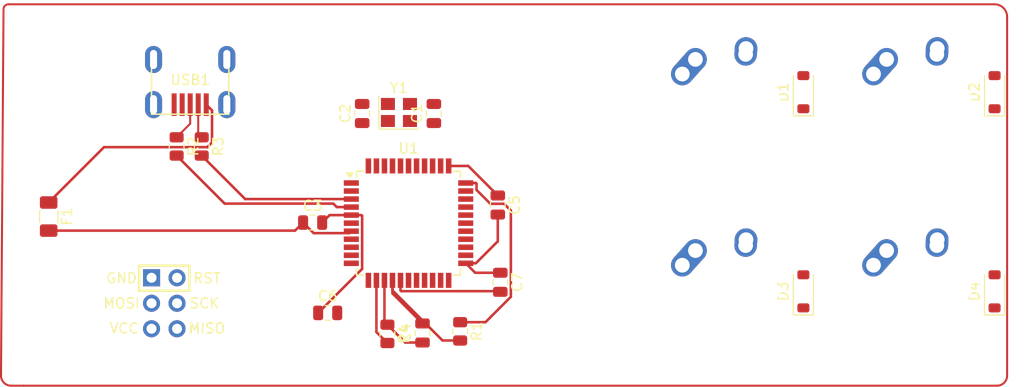
<source format=kicad_pcb>
(kicad_pcb (version 20240108) (generator "pcbnew") (generator_version "8.0")
  (layers (0 "F.Cu" signal) (31 "B.Cu" signal) (34 "B.Paste" user) (35 "F.Paste" user) (36 "B.SilkS" user "B.Silkscreen") (37 "F.SilkS" user "F.Silkscreen") (38 "B.Mask" user) (39 "F.Mask" user) (44 "Edge.Cuts" user))
  (net 0 "")
  (net 1 "Net-(U1-UCAP)")
  (net 2 "GND")
  (net 3 "+5V")
  (net 4 "Net-(U1-XTAL1)")
  (net 5 "Net-(U1-XTAL2)")
  (net 6 "Net-(D1-A)")
  (net 7 "ROW0")
  (net 8 "ROW1")
  (net 9 "Net-(D2-A)")
  (net 10 "Net-(D3-A)")
  (net 11 "Net-(D4-A)")
  (net 12 "VCC")
  (net 13 "COL0")
  (net 14 "COL1")
  (net 15 "Net-(U1-~{HWB}{slash}PE2)")
  (net 16 "Net-(U1-D+)")
  (net 17 "D+")
  (net 18 "Net-(U1-D-)")
  (net 19 "D-")
  (net 20 "Net-(U1-~{RESET})")
  (footprint "random-keyboard-parts:Molex-0548190589" (layer "F.Cu") (at 168.6 80.5 -90)
    (property "Reference" "USB1" (at 2.032 0 360) (layer "F.SilkS"))
    (property "Value" "Molex-0548190589")
    (fp_line (start 0 3.85) (end 5.45 3.85) (stroke (width 0.15)) (layer "F.SilkS"))
    (fp_line (start 0 -3.85) (end 5.45 -3.85) (stroke (width 0.15)) (layer "F.SilkS"))
    (fp_line (start 5.45 -3.85) (end 5.45 3.85) (stroke (width 0.15)) (layer "F.SilkS"))
    (pad "1" smd rect (at 4.5 1.6 270) (size 2.25 0.5) (layers "F.Cu" "F.Paste" "F.Mask") (net 2 "GND"))
    (pad "2" smd rect (at 4.5 0.8 270) (size 2.25 0.5) (layers "F.Cu" "F.Paste" "F.Mask"))
    (pad "3" smd rect (at 4.5 0 270) (size 2.25 0.5) (layers "F.Cu" "F.Paste" "F.Mask") (net 17 "D+"))
    (pad "4" smd rect (at 4.5 -0.8 270) (size 2.25 0.5) (layers "F.Cu" "F.Paste" "F.Mask") (net 19 "D-"))
    (pad "5" smd rect (at 4.5 -1.6 270) (size 2.25 0.5) (layers "F.Cu" "F.Paste" "F.Mask") (net 12 "VCC"))
    (pad "6" thru_hole oval (at 0 -3.65 270) (size 2.7 1.7) (drill oval 1.9 0.7) (layers "*.Cu" "*.Mask"))
    (pad "6" thru_hole oval (at 0 3.65 270) (size 2.7 1.7) (drill oval 1.9 0.7) (layers "*.Cu" "*.Mask"))
    (pad "6" thru_hole oval (at 4.5 -3.65 270) (size 2.7 1.7) (drill oval 1.9 0.7) (layers "*.Cu" "*.Mask"))
    (pad "6" thru_hole oval (at 4.5 3.65 270) (size 2.7 1.7) (drill oval 1.9 0.7) (layers "*.Cu" "*.Mask"))
  )
  (footprint "Capacitor_SMD:C_0805_2012Metric" (layer "F.Cu") (at 180.8 96.75)
    (property "Reference" "C3" (at 0 -1.68 0) (layer "F.SilkS"))
    (property "Value" "0.1uF")
    (fp_line (start -0.261252 -0.735) (end 0.261252 -0.735) (stroke (width 0.12)) (layer "F.SilkS"))
    (fp_line (start -0.261252 0.735) (end 0.261252 0.735) (stroke (width 0.12)) (layer "F.SilkS"))
    (pad "1" smd roundrect (at -0.95 0) (size 1 1.45) (layers "F.Cu" "F.Paste" "F.Mask") (net 3 "+5V"))
    (pad "2" smd roundrect (at 0.95 0) (size 1 1.45) (layers "F.Cu" "F.Paste" "F.Mask") (net 2 "GND"))
  )
  (footprint "Capacitor_SMD:C_0805_2012Metric" (layer "F.Cu") (at 199.5 102.7 -90)
    (property "Reference" "C7" (at 0 -1.68 90) (layer "F.SilkS"))
    (property "Value" "22pF")
    (fp_line (start -0.261252 0.735) (end 0.261252 0.735) (stroke (width 0.12)) (layer "F.SilkS"))
    (fp_line (start -0.261252 -0.735) (end 0.261252 -0.735) (stroke (width 0.12)) (layer "F.SilkS"))
    (pad "1" smd roundrect (at -0.95 0 270) (size 1 1.45) (layers "F.Cu" "F.Paste" "F.Mask") (net 2 "GND"))
    (pad "2" smd roundrect (at 0.95 0 270) (size 1 1.45) (layers "F.Cu" "F.Paste" "F.Mask") (net 5 "Net-(U1-XTAL2)"))
  )
  (footprint "Capacitor_SMD:C_0805_2012Metric" (layer "F.Cu") (at 192.88125 85.88125 90)
    (property "Reference" "C1" (at 0 -1.68 90) (layer "F.SilkS"))
    (property "Value" "1uF")
    (fp_line (start -0.261252 -0.735) (end 0.261252 -0.735) (stroke (width 0.12)) (layer "F.SilkS"))
    (fp_line (start -0.261252 0.735) (end 0.261252 0.735) (stroke (width 0.12)) (layer "F.SilkS"))
    (pad "1" smd roundrect (at -0.95 0 90) (size 1 1.45) (layers "F.Cu" "F.Paste" "F.Mask") (net 1 "Net-(U1-UCAP)"))
    (pad "2" smd roundrect (at 0.95 0 90) (size 1 1.45) (layers "F.Cu" "F.Paste" "F.Mask") (net 2 "GND"))
  )
  (footprint "Capacitor_SMD:C_0805_2012Metric" (layer "F.Cu") (at 185.7375 85.88125 90)
    (property "Reference" "C2" (at 0 -1.68 90) (layer "F.SilkS"))
    (property "Value" "0.1uF")
    (fp_line (start -0.261252 -0.735) (end 0.261252 -0.735) (stroke (width 0.12)) (layer "F.SilkS"))
    (fp_line (start -0.261252 0.735) (end 0.261252 0.735) (stroke (width 0.12)) (layer "F.SilkS"))
    (pad "1" smd roundrect (at -0.95 0 90) (size 1 1.45) (layers "F.Cu" "F.Paste" "F.Mask") (net 3 "+5V"))
    (pad "2" smd roundrect (at 0.95 0 90) (size 1 1.45) (layers "F.Cu" "F.Paste" "F.Mask") (net 2 "GND"))
  )
  (footprint "Resistor_SMD:R_0805_2012Metric" (layer "F.Cu") (at 169.75 89.1625 -90)
    (property "Reference" "R3" (at 0 -1.65 90) (layer "F.SilkS"))
    (property "Value" "22")
    (fp_line (start -0.227064 0.735) (end 0.227064 0.735) (stroke (width 0.12)) (layer "F.SilkS"))
    (fp_line (start -0.227064 -0.735) (end 0.227064 -0.735) (stroke (width 0.12)) (layer "F.SilkS"))
    (pad "1" smd roundrect (at -0.9125 0 270) (size 1.025 1.4) (layers "F.Cu" "F.Paste" "F.Mask") (roundrect_rratio 0.243902) (net 19 "D-"))
    (pad "2" smd roundrect (at 0.9125 0 270) (size 1.025 1.4) (layers "F.Cu" "F.Paste" "F.Mask") (roundrect_rratio 0.243902) (net 18 "Net-(U1-D-)"))
  )
  (footprint "Crystal:Crystal_SMD_3225-4Pin_3.2x2.5mm" (layer "F.Cu") (at 189.4 85.78125)
    (property "Reference" "Y1" (at 0 -2.45 0) (layer "F.SilkS"))
    (property "Value" "16MHz")
    (fp_line (start -2 -1.65) (end -2 1.65) (stroke (width 0.12)) (layer "F.SilkS"))
    (fp_line (start -2 1.65) (end 2 1.65) (stroke (width 0.12)) (layer "F.SilkS"))
    (pad "1" smd rect (at -1.1 0.85) (size 1.4 1.2) (layers "F.Cu" "F.Paste" "F.Mask") (net 4 "Net-(U1-XTAL1)"))
    (pad "2" smd rect (at 1.1 0.85) (size 1.4 1.2) (layers "F.Cu" "F.Paste" "F.Mask") (net 2 "GND"))
    (pad "3" smd rect (at 1.1 -0.85) (size 1.4 1.2) (layers "F.Cu" "F.Paste" "F.Mask") (net 5 "Net-(U1-XTAL2)"))
    (pad "4" smd rect (at -1.1 -0.85) (size 1.4 1.2) (layers "F.Cu" "F.Paste" "F.Mask") (net 2 "GND"))
  )
  (footprint "Package_QFP:TQFP-44_10x10mm_P0.8mm" (layer "F.Cu") (at 190.35625 96.80625)
    (property "Reference" "U1" (at 0 -7.45 0) (layer "F.SilkS"))
    (property "Value" "ATmega32U4-A")
    (fp_line (start -5.175 -5.175) (end -5.175 -4.56) (stroke (width 0.15)) (layer "F.SilkS"))
    (fp_line (start -5.175 -5.175) (end -4.5 -5.175) (stroke (width 0.15)) (layer "F.SilkS"))
    (fp_line (start -5.175 5.175) (end -5.175 4.5) (stroke (width 0.15)) (layer "F.SilkS"))
    (fp_line (start -5.175 5.175) (end -4.5 5.175) (stroke (width 0.15)) (layer "F.SilkS"))
    (fp_line (start 5.175 -5.175) (end 4.5 -5.175) (stroke (width 0.15)) (layer "F.SilkS"))
    (fp_line (start 5.175 -5.175) (end 5.175 -4.5) (stroke (width 0.15)) (layer "F.SilkS"))
    (fp_line (start 5.175 5.175) (end 4.5 5.175) (stroke (width 0.15)) (layer "F.SilkS"))
    (fp_line (start 5.175 5.175) (end 5.175 4.5) (stroke (width 0.15)) (layer "F.SilkS"))
    (fp_poly (pts (xy -5.86 -4.54) (xy -6.2 -5.01) (xy -5.52 -5.01) (xy -5.86 -4.54)) (stroke (width 0.12)) (fill solid) (layer "F.SilkS"))
    (pad "1" smd rect (at -5.7 -4) (size 1.5 0.55) (layers "F.Cu" "F.Paste" "F.Mask"))
    (pad "2" smd rect (at -5.7 -3.2) (size 1.5 0.55) (layers "F.Cu" "F.Paste" "F.Mask") (net 3 "+5V"))
    (pad "3" smd rect (at -5.7 -2.4) (size 1.5 0.55) (layers "F.Cu" "F.Paste" "F.Mask") (net 18 "Net-(U1-D-)"))
    (pad "4" smd rect (at -5.7 -1.6) (size 1.5 0.55) (layers "F.Cu" "F.Paste" "F.Mask") (net 16 "Net-(U1-D+)"))
    (pad "5" smd rect (at -5.7 -0.8) (size 1.5 0.55) (layers "F.Cu" "F.Paste" "F.Mask") (net 2 "GND"))
    (pad "6" smd rect (at -5.7 0) (size 1.5 0.55) (layers "F.Cu" "F.Paste" "F.Mask") (net 1 "Net-(U1-UCAP)"))
    (pad "7" smd rect (at -5.7 0.8) (size 1.5 0.55) (layers "F.Cu" "F.Paste" "F.Mask") (net 3 "+5V"))
    (pad "8" smd rect (at -5.7 1.6) (size 1.5 0.55) (layers "F.Cu" "F.Paste" "F.Mask"))
    (pad "9" smd rect (at -5.7 2.4) (size 1.5 0.55) (layers "F.Cu" "F.Paste" "F.Mask"))
    (pad "10" smd rect (at -5.7 3.2) (size 1.5 0.55) (layers "F.Cu" "F.Paste" "F.Mask"))
    (pad "11" smd rect (at -5.7 4) (size 1.5 0.55) (layers "F.Cu" "F.Paste" "F.Mask"))
    (pad "12" smd rect (at -4 5.7 90) (size 1.5 0.55) (layers "F.Cu" "F.Paste" "F.Mask"))
    (pad "13" smd rect (at -3.2 5.7 90) (size 1.5 0.55) (layers "F.Cu" "F.Paste" "F.Mask") (net 20 "Net-(U1-~{RESET})"))
    (pad "14" smd rect (at -2.4 5.7 90) (size 1.5 0.55) (layers "F.Cu" "F.Paste" "F.Mask") (net 3 "+5V"))
    (pad "15" smd rect (at -1.6 5.7 90) (size 1.5 0.55) (layers "F.Cu" "F.Paste" "F.Mask") (net 2 "GND"))
    (pad "16" smd rect (at -0.8 5.7 90) (size 1.5 0.55) (layers "F.Cu" "F.Paste" "F.Mask") (net 5 "Net-(U1-XTAL2)"))
    (pad "17" smd rect (at 0 5.7 90) (size 1.5 0.55) (layers "F.Cu" "F.Paste" "F.Mask") (net 4 "Net-(U1-XTAL1)"))
    (pad "18" smd rect (at 0.8 5.7 90) (size 1.5 0.55) (layers "F.Cu" "F.Paste" "F.Mask"))
    (pad "19" smd rect (at 1.6 5.7 90) (size 1.5 0.55) (layers "F.Cu" "F.Paste" "F.Mask"))
    (pad "20" smd rect (at 2.4 5.7 90) (size 1.5 0.55) (layers "F.Cu" "F.Paste" "F.Mask"))
    (pad "21" smd rect (at 3.2 5.7 90) (size 1.5 0.55) (layers "F.Cu" "F.Paste" "F.Mask"))
    (pad "22" smd rect (at 4 5.7 90) (size 1.5 0.55) (layers "F.Cu" "F.Paste" "F.Mask"))
    (pad "23" smd rect (at 5.7 4) (size 1.5 0.55) (layers "F.Cu" "F.Paste" "F.Mask") (net 2 "GND"))
    (pad "24" smd rect (at 5.7 3.2) (size 1.5 0.55) (layers "F.Cu" "F.Paste" "F.Mask") (net 3 "+5V"))
    (pad "25" smd rect (at 5.7 2.4) (size 1.5 0.55) (layers "F.Cu" "F.Paste" "F.Mask"))
    (pad "26" smd rect (at 5.7 1.6) (size 1.5 0.55) (layers "F.Cu" "F.Paste" "F.Mask"))
    (pad "27" smd rect (at 5.7 0.8) (size 1.5 0.55) (layers "F.Cu" "F.Paste" "F.Mask"))
    (pad "28" smd rect (at 5.7 0) (size 1.5 0.55) (layers "F.Cu" "F.Paste" "F.Mask"))
    (pad "29" smd rect (at 5.7 -0.8) (size 1.5 0.55) (layers "F.Cu" "F.Paste" "F.Mask"))
    (pad "30" smd rect (at 5.7 -1.6) (size 1.5 0.55) (layers "F.Cu" "F.Paste" "F.Mask"))
    (pad "31" smd rect (at 5.7 -2.4) (size 1.5 0.55) (layers "F.Cu" "F.Paste" "F.Mask"))
    (pad "32" smd rect (at 5.7 -3.2) (size 1.5 0.55) (layers "F.Cu" "F.Paste" "F.Mask"))
    (pad "33" smd rect (at 5.7 -4) (size 1.5 0.55) (layers "F.Cu" "F.Paste" "F.Mask") (net 15 "Net-(U1-~{HWB}{slash}PE2)"))
    (pad "34" smd rect (at 4 -5.7 90) (size 1.5 0.55) (layers "F.Cu" "F.Paste" "F.Mask") (net 3 "+5V"))
    (pad "35" smd rect (at 3.2 -5.7 90) (size 1.5 0.55) (layers "F.Cu" "F.Paste" "F.Mask") (net 2 "GND"))
    (pad "36" smd rect (at 2.4 -5.7 90) (size 1.5 0.55) (layers "F.Cu" "F.Paste" "F.Mask"))
    (pad "37" smd rect (at 1.6 -5.7 90) (size 1.5 0.55) (layers "F.Cu" "F.Paste" "F.Mask"))
    (pad "38" smd rect (at 0.8 -5.7 90) (size 1.5 0.55) (layers "F.Cu" "F.Paste" "F.Mask"))
    (pad "39" smd rect (at 0 -5.7 90) (size 1.5 0.55) (layers "F.Cu" "F.Paste" "F.Mask"))
    (pad "40" smd rect (at -0.8 -5.7 90) (size 1.5 0.55) (layers "F.Cu" "F.Paste" "F.Mask"))
    (pad "41" smd rect (at -1.6 -5.7 90) (size 1.5 0.55) (layers "F.Cu" "F.Paste" "F.Mask"))
    (pad "42" smd rect (at -2.4 -5.7 90) (size 1.5 0.55) (layers "F.Cu" "F.Paste" "F.Mask"))
    (pad "43" smd rect (at -3.2 -5.7 90) (size 1.5 0.55) (layers "F.Cu" "F.Paste" "F.Mask") (net 2 "GND"))
    (pad "44" smd rect (at -4 -5.7 90) (size 1.5 0.55) (layers "F.Cu" "F.Paste" "F.Mask") (net 3 "+5V"))
  )
  (footprint "Resistor_SMD:R_0805_2012Metric" (layer "F.Cu") (at 195.5 107.5875 -90)
    (property "Reference" "R1" (at 0 -1.65 90) (layer "F.SilkS"))
    (property "Value" "10k")
    (fp_line (start -0.227064 0.735) (end 0.227064 0.735) (stroke (width 0.12)) (layer "F.SilkS"))
    (fp_line (start -0.227064 -0.735) (end 0.227064 -0.735) (stroke (width 0.12)) (layer "F.SilkS"))
    (pad "1" smd roundrect (at -0.9125 0 270) (size 1.025 1.4) (layers "F.Cu" "F.Paste" "F.Mask") (roundrect_rratio 0.243902) (net 15 "Net-(U1-~{HWB}{slash}PE2)"))
    (pad "2" smd roundrect (at 0.9125 0 270) (size 1.025 1.4) (layers "F.Cu" "F.Paste" "F.Mask") (roundrect_rratio 0.243902) (net 2 "GND"))
  )
  (footprint "Diode_SMD:D_SOD-123" (layer "F.Cu") (at 229.7 103.6 90)
    (property "Reference" "D3" (at 0 -2 90) (layer "F.SilkS"))
    (property "Value" "D_Small")
    (fp_line (start -2.36 -1) (end 1.65 -1) (stroke (width 0.12)) (layer "F.SilkS"))
    (fp_line (start -2.36 -1) (end -2.36 1) (stroke (width 0.12)) (layer "F.SilkS"))
    (fp_line (start -2.36 1) (end 1.65 1) (stroke (width 0.12)) (layer "F.SilkS"))
    (pad "1" smd roundrect (at -1.65 0 90) (size 0.9 1.2) (layers "F.Cu" "F.Paste" "F.Mask") (net 7 "ROW0"))
    (pad "2" smd roundrect (at 1.65 0 90) (size 0.9 1.2) (layers "F.Cu" "F.Paste" "F.Mask") (net 10 "Net-(D3-A)"))
  )
  (footprint "random-keyboard-parts:Reset_Pretty" (layer "F.Cu") (at 166.02 104.79 180)
    (property "Reference" "SW1")
    (property "Value" "SW_Push")
    (fp_line (start 2.5 3.75) (end -2.5 3.75) (stroke (width 0.25)) (layer "F.SilkS"))
    (fp_line (start 2.5 1.25) (end 2.5 3.75) (stroke (width 0.25)) (layer "F.SilkS"))
    (fp_line (start -2.5 3.75) (end -2.5 1.25) (stroke (width 0.25)) (layer "F.SilkS"))
    (fp_line (start -2.5 1.25) (end 2.5 1.25) (stroke (width 0.25)) (layer "F.SilkS"))
    (fp_text user "MISO" (at -4.25 -2.5 360) (layer "F.SilkS"))
    (fp_text user "VCC" (at 4 -2.5 360) (layer "F.SilkS"))
    (fp_text user "SCK" (at -4 0 360) (layer "F.SilkS"))
    (fp_text user "GND" (at 4.25 2.5 360) (layer "F.SilkS"))
    (fp_text user "MOSI" (at 4.25 0 360) (layer "F.SilkS"))
    (fp_text user "RST" (at -4.25 2.5 360) (layer "F.SilkS"))
    (pad "1" thru_hole circle (at -1.27 -2.54 180) (size 1.7 1.7) (drill 1) (layers "*.Cu" "*.Mask") (net 2 "GND"))
    (pad "2" thru_hole circle (at 1.27 -2.54 180) (size 1.7 1.7) (drill 1) (layers "*.Cu" "*.Mask") (net 20 "Net-(U1-~{RESET})"))
    (pad "3" thru_hole circle (at -1.27 0 180) (size 1.7 1.7) (drill 1) (layers "*.Cu" "*.Mask"))
    (pad "4" thru_hole circle (at 1.27 0 180) (size 1.7 1.7) (drill 1) (layers "*.Cu" "*.Mask"))
    (pad "5" thru_hole circle (at -1.27 2.54 180) (size 1.7 1.7) (drill 1) (layers "*.Cu" "*.Mask"))
    (pad "6" thru_hole rect (at 1.27 2.54 180) (size 1.7 1.7) (drill 1) (layers "*.Cu" "*.Mask"))
  )
  (footprint "MX_Alps_Hybrid:MX-1U-NoLED" (layer "F.Cu") (at 240.495 103.5375)
    (property "Reference" "MX4")
    (property "Value" "MX-NoLED")
    (pad "" np_thru_hole circle (at -5.08 0 48.0996) (size 1.75 1.75) (drill 1.75) (layers "*.Cu" "*.Mask"))
    (pad "" np_thru_hole circle (at 0 0) (size 3.9878 3.9878) (drill 3.9878) (layers "*.Cu" "*.Mask"))
    (pad "" np_thru_hole circle (at 5.08 0 48.0996) (size 1.75 1.75) (drill 1.75) (layers "*.Cu" "*.Mask"))
    (pad "1" thru_hole oval (at -3.81 -2.54 48.0996) (size 4.211556 2.25) (drill 1.47 (offset 0.980778 0)) (layers "*.Cu" "B.Mask") (net 14 "COL1"))
    (pad "1" thru_hole circle (at -2.5 -4) (size 2.25 2.25) (drill 1.47) (layers "*.Cu" "B.Mask") (net 14 "COL1"))
    (pad "2" thru_hole oval (at 2.5 -4.5 86.0548) (size 2.831378 2.25) (drill 1.47 (offset 0.290689 0)) (layers "*.Cu" "B.Mask") (net 11 "Net-(D4-A)"))
    (pad "2" thru_hole circle (at 2.54 -5.08) (size 2.25 2.25) (drill 1.47) (layers "*.Cu" "B.Mask") (net 11 "Net-(D4-A)"))
  )
  (footprint "MX_Alps_Hybrid:MX-1U-NoLED" (layer "F.Cu") (at 221.445 84.4875)
    (property "Reference" "MX1")
    (property "Value" "MX-NoLED")
    (pad "" np_thru_hole circle (at -5.08 0 48.0996) (size 1.75 1.75) (drill 1.75) (layers "*.Cu" "*.Mask"))
    (pad "" np_thru_hole circle (at 0 0) (size 3.9878 3.9878) (drill 3.9878) (layers "*.Cu" "*.Mask"))
    (pad "" np_thru_hole circle (at 5.08 0 48.0996) (size 1.75 1.75) (drill 1.75) (layers "*.Cu" "*.Mask"))
    (pad "1" thru_hole oval (at -3.81 -2.54 48.0996) (size 4.211556 2.25) (drill 1.47 (offset 0.980778 0)) (layers "*.Cu" "B.Mask") (net 13 "COL0"))
    (pad "1" thru_hole circle (at -2.5 -4) (size 2.25 2.25) (drill 1.47) (layers "*.Cu" "B.Mask") (net 13 "COL0"))
    (pad "2" thru_hole oval (at 2.5 -4.5 86.0548) (size 2.831378 2.25) (drill 1.47 (offset 0.290689 0)) (layers "*.Cu" "B.Mask") (net 6 "Net-(D1-A)"))
    (pad "2" thru_hole circle (at 2.54 -5.08) (size 2.25 2.25) (drill 1.47) (layers "*.Cu" "B.Mask") (net 6 "Net-(D1-A)"))
  )
  (footprint "Capacitor_SMD:C_0805_2012Metric" (layer "F.Cu") (at 199.25 95 -90)
    (property "Reference" "C5" (at 0 -1.68 90) (layer "F.SilkS"))
    (property "Value" "10uF")
    (fp_line (start -0.261252 0.735) (end 0.261252 0.735) (stroke (width 0.12)) (layer "F.SilkS"))
    (fp_line (start -0.261252 -0.735) (end 0.261252 -0.735) (stroke (width 0.12)) (layer "F.SilkS"))
    (pad "1" smd roundrect (at -0.95 0 270) (size 1 1.45) (layers "F.Cu" "F.Paste" "F.Mask") (net 3 "+5V"))
    (pad "2" smd roundrect (at 0.95 0 270) (size 1 1.45) (layers "F.Cu" "F.Paste" "F.Mask") (net 2 "GND"))
  )
  (footprint "Fuse:Fuse_1206_3216Metric" (layer "F.Cu") (at 154.5 96.15 -90)
    (property "Reference" "F1" (at 0 -1.82 90) (layer "F.SilkS"))
    (property "Value" "Polyfuse_Small")
    (fp_line (start -0.602064 0.91) (end 0.602064 0.91) (stroke (width 0.12)) (layer "F.SilkS"))
    (fp_line (start -0.602064 -0.91) (end 0.602064 -0.91) (stroke (width 0.12)) (layer "F.SilkS"))
    (pad "1" smd roundrect (at -1.4 0 270) (size 1.25 1.75) (layers "F.Cu" "F.Paste" "F.Mask") (roundrect_rratio 0.2) (net 12 "VCC"))
    (pad "2" smd roundrect (at 1.4 0 270) (size 1.25 1.75) (layers "F.Cu" "F.Paste" "F.Mask") (roundrect_rratio 0.2) (net 3 "+5V"))
  )
  (footprint "Diode_SMD:D_SOD-123" (layer "F.Cu") (at 248.75 103.6 90)
    (property "Reference" "D4" (at 0 -2 90) (layer "F.SilkS"))
    (property "Value" "D_Small")
    (fp_line (start -2.36 -1) (end 1.65 -1) (stroke (width 0.12)) (layer "F.SilkS"))
    (fp_line (start -2.36 -1) (end -2.36 1) (stroke (width 0.12)) (layer "F.SilkS"))
    (fp_line (start -2.36 1) (end 1.65 1) (stroke (width 0.12)) (layer "F.SilkS"))
    (pad "1" smd roundrect (at -1.65 0 90) (size 0.9 1.2) (layers "F.Cu" "F.Paste" "F.Mask") (net 8 "ROW1"))
    (pad "2" smd roundrect (at 1.65 0 90) (size 0.9 1.2) (layers "F.Cu" "F.Paste" "F.Mask") (net 11 "Net-(D4-A)"))
  )
  (footprint "MX_Alps_Hybrid:MX-1U-NoLED" (layer "F.Cu") (at 240.495 84.4875)
    (property "Reference" "MX2")
    (property "Value" "MX-NoLED")
    (pad "" np_thru_hole circle (at -5.08 0 48.0996) (size 1.75 1.75) (drill 1.75) (layers "*.Cu" "*.Mask"))
    (pad "" np_thru_hole circle (at 0 0) (size 3.9878 3.9878) (drill 3.9878) (layers "*.Cu" "*.Mask"))
    (pad "" np_thru_hole circle (at 5.08 0 48.0996) (size 1.75 1.75) (drill 1.75) (layers "*.Cu" "*.Mask"))
    (pad "1" thru_hole oval (at -3.81 -2.54 48.0996) (size 4.211556 2.25) (drill 1.47 (offset 0.980778 0)) (layers "*.Cu" "B.Mask") (net 13 "COL0"))
    (pad "1" thru_hole circle (at -2.5 -4) (size 2.25 2.25) (drill 1.47) (layers "*.Cu" "B.Mask") (net 13 "COL0"))
    (pad "2" thru_hole oval (at 2.5 -4.5 86.0548) (size 2.831378 2.25) (drill 1.47 (offset 0.290689 0)) (layers "*.Cu" "B.Mask") (net 9 "Net-(D2-A)"))
    (pad "2" thru_hole circle (at 2.54 -5.08) (size 2.25 2.25) (drill 1.47) (layers "*.Cu" "B.Mask") (net 9 "Net-(D2-A)"))
  )
  (footprint "Diode_SMD:D_SOD-123" (layer "F.Cu") (at 248.75 83.75625 90)
    (property "Reference" "D2" (at 0 -2 90) (layer "F.SilkS"))
    (property "Value" "D_Small")
    (fp_line (start -2.36 -1) (end 1.65 -1) (stroke (width 0.12)) (layer "F.SilkS"))
    (fp_line (start -2.36 -1) (end -2.36 1) (stroke (width 0.12)) (layer "F.SilkS"))
    (fp_line (start -2.36 1) (end 1.65 1) (stroke (width 0.12)) (layer "F.SilkS"))
    (pad "1" smd roundrect (at -1.65 0 90) (size 0.9 1.2) (layers "F.Cu" "F.Paste" "F.Mask") (net 8 "ROW1"))
    (pad "2" smd roundrect (at 1.65 0 90) (size 0.9 1.2) (layers "F.Cu" "F.Paste" "F.Mask") (net 9 "Net-(D2-A)"))
  )
  (footprint "Capacitor_SMD:C_0805_2012Metric" (layer "F.Cu") (at 182.3 105.75)
    (property "Reference" "C6" (at 0 -1.68 0) (layer "F.SilkS"))
    (property "Value" "22pF")
    (fp_line (start -0.261252 -0.735) (end 0.261252 -0.735) (stroke (width 0.12)) (layer "F.SilkS"))
    (fp_line (start -0.261252 0.735) (end 0.261252 0.735) (stroke (width 0.12)) (layer "F.SilkS"))
    (pad "1" smd roundrect (at -0.95 0) (size 1 1.45) (layers "F.Cu" "F.Paste" "F.Mask") (net 2 "GND"))
    (pad "2" smd roundrect (at 0.95 0) (size 1 1.45) (layers "F.Cu" "F.Paste" "F.Mask") (net 4 "Net-(U1-XTAL1)"))
  )
  (footprint "MX_Alps_Hybrid:MX-1U-NoLED" (layer "F.Cu") (at 221.445 103.5375)
    (property "Reference" "MX3")
    (property "Value" "MX-NoLED")
    (pad "" np_thru_hole circle (at -5.08 0 48.0996) (size 1.75 1.75) (drill 1.75) (layers "*.Cu" "*.Mask"))
    (pad "" np_thru_hole circle (at 0 0) (size 3.9878 3.9878) (drill 3.9878) (layers "*.Cu" "*.Mask"))
    (pad "" np_thru_hole circle (at 5.08 0 48.0996) (size 1.75 1.75) (drill 1.75) (layers "*.Cu" "*.Mask"))
    (pad "1" thru_hole oval (at -3.81 -2.54 48.0996) (size 4.211556 2.25) (drill 1.47 (offset 0.980778 0)) (layers "*.Cu" "B.Mask") (net 14 "COL1"))
    (pad "1" thru_hole circle (at -2.5 -4) (size 2.25 2.25) (drill 1.47) (layers "*.Cu" "B.Mask") (net 14 "COL1"))
    (pad "2" thru_hole oval (at 2.5 -4.5 86.0548) (size 2.831378 2.25) (drill 1.47 (offset 0.290689 0)) (layers "*.Cu" "B.Mask") (net 10 "Net-(D3-A)"))
    (pad "2" thru_hole circle (at 2.54 -5.08) (size 2.25 2.25) (drill 1.47) (layers "*.Cu" "B.Mask") (net 10 "Net-(D3-A)"))
  )
  (footprint "Resistor_SMD:R_0805_2012Metric" (layer "F.Cu") (at 188.25 107.8375 -90)
    (property "Reference" "R4" (at 0 -1.65 90) (layer "F.SilkS"))
    (property "Value" "10k")
    (fp_line (start -0.227064 0.735) (end 0.227064 0.735) (stroke (width 0.12)) (layer "F.SilkS"))
    (fp_line (start -0.227064 -0.735) (end 0.227064 -0.735) (stroke (width 0.12)) (layer "F.SilkS"))
    (pad "1" smd roundrect (at -0.9125 0 270) (size 1.025 1.4) (layers "F.Cu" "F.Paste" "F.Mask") (roundrect_rratio 0.243902) (net 3 "+5V"))
    (pad "2" smd roundrect (at 0.9125 0 270) (size 1.025 1.4) (layers "F.Cu" "F.Paste" "F.Mask") (roundrect_rratio 0.243902) (net 20 "Net-(U1-~{RESET})"))
  )
  (footprint "Diode_SMD:D_SOD-123" (layer "F.Cu") (at 229.7 83.75625 90)
    (property "Reference" "D1" (at 0 -2 90) (layer "F.SilkS"))
    (property "Value" "D_Small")
    (fp_line (start -2.36 -1) (end 1.65 -1) (stroke (width 0.12)) (layer "F.SilkS"))
    (fp_line (start -2.36 -1) (end -2.36 1) (stroke (width 0.12)) (layer "F.SilkS"))
    (fp_line (start -2.36 1) (end 1.65 1) (stroke (width 0.12)) (layer "F.SilkS"))
    (pad "1" smd roundrect (at -1.65 0 90) (size 0.9 1.2) (layers "F.Cu" "F.Paste" "F.Mask") (net 7 "ROW0"))
    (pad "2" smd roundrect (at 1.65 0 90) (size 0.9 1.2) (layers "F.Cu" "F.Paste" "F.Mask") (net 6 "Net-(D1-A)"))
  )
  (footprint "Resistor_SMD:R_0805_2012Metric" (layer "F.Cu") (at 167.25 89.1625 -90)
    (property "Reference" "R2" (at 0 -1.65 90) (layer "F.SilkS"))
    (property "Value" "22")
    (fp_line (start -0.227064 0.735) (end 0.227064 0.735) (stroke (width 0.12)) (layer "F.SilkS"))
    (fp_line (start -0.227064 -0.735) (end 0.227064 -0.735) (stroke (width 0.12)) (layer "F.SilkS"))
    (pad "1" smd roundrect (at -0.9125 0 270) (size 1.025 1.4) (layers "F.Cu" "F.Paste" "F.Mask") (roundrect_rratio 0.243902) (net 17 "D+"))
    (pad "2" smd roundrect (at 0.9125 0 270) (size 1.025 1.4) (layers "F.Cu" "F.Paste" "F.Mask") (roundrect_rratio 0.243902) (net 16 "Net-(U1-D+)"))
  )
  (footprint "Capacitor_SMD:C_0805_2012Metric" (layer "F.Cu") (at 191.75 107.75 90)
    (property "Reference" "C4" (at 0 -1.68 90) (layer "F.SilkS"))
    (property "Value" "0.1uF")
    (fp_line (start -0.261252 -0.735) (end 0.261252 -0.735) (stroke (width 0.12)) (layer "F.SilkS"))
    (fp_line (start -0.261252 0.735) (end 0.261252 0.735) (stroke (width 0.12)) (layer "F.SilkS"))
    (pad "1" smd roundrect (at -0.95 0 90) (size 1 1.45) (layers "F.Cu" "F.Paste" "F.Mask") (net 3 "+5V"))
    (pad "2" smd roundrect (at 0.95 0 90) (size 1 1.45) (layers "F.Cu" "F.Paste" "F.Mask") (net 2 "GND"))
  )
  (gr_arc (start 150 75.5) (mid 150.146447 75.146447) (end 150.5 75) (stroke (width 0.2)) (layer "F.Cu") (net 48))
  (gr_line (start 149.75 112) (end 150 75.5) (stroke (width 0.2)) (layer "F.Cu") (net 48))
  (gr_line (start 249 113) (end 152 113) (stroke (width 0.2)) (layer "F.Cu") (net 48))
  (gr_arc (start 250 112) (mid 249.707107 112.707107) (end 249 113) (stroke (width 0.2)) (layer "F.Cu") (net 48))
  (gr_line (start 150.5 75) (end 248.75 75) (stroke (width 0.2)) (layer "F.Cu") (net 48))
  (gr_arc (start 150.75 113) (mid 150.042893 112.707107) (end 149.75 112) (stroke (width 0.2)) (layer "F.Cu") (net 48))
  (gr_line (start 250 76.25) (end 250 112) (stroke (width 0.2)) (layer "F.Cu") (net 48))
  (gr_arc (start 248.75 75) (mid 249.633883 75.366117) (end 250 76.25) (stroke (width 0.2)) (layer "F.Cu") (net 48))
  (gr_line (start 152 113) (end 150.75 113) (stroke (width 0.2)) (layer "F.Cu") (net 48))
  (segment (start 185.66025 96.00625) (end 184.65625 96.00625) (width 0.254) (layer "F.Cu") (net 2))
  (segment (start 199.25 98.6165) (end 197.06025 100.80625) (width 0.254) (layer "F.Cu") (net 2))
  (segment (start 188.75625 103.51025) (end 188.75625 102.50625) (width 0.254) (layer "F.Cu") (net 2))
  (segment (start 191.75 106.8) (end 188.75625 103.80625) (width 0.254) (layer "F.Cu") (net 2))
  (segment (start 181.35 105.75) (end 185.73325 101.36675) (width 0.254) (layer "F.Cu") (net 2))
  (segment (start 185.73325 96.07925) (end 185.66025 96.00625) (width 0.254) (layer "F.Cu") (net 2))
  (segment (start 197.06025 100.80625) (end 196.05625 100.80625) (width 0.254) (layer "F.Cu") (net 2))
  (segment (start 188.75625 103.80625) (end 188.75625 102.50625) (width 0.254) (layer "F.Cu") (net 2))
  (segment (start 199.25 95.95) (end 199.25 98.6165) (width 0.254) (layer "F.Cu") (net 2))
  (segment (start 185.73325 101.36675) (end 185.73325 96.07925) (width 0.254) (layer "F.Cu") (net 2))
  (segment (start 181.75 96.75) (end 182.49375 96.00625) (width 0.254) (layer "F.Cu") (net 2))
  (segment (start 193.746 108.5) (end 188.75625 103.51025) (width 0.254) (layer "F.Cu") (net 2))
  (segment (start 197 101.75) (end 196.05625 100.80625) (width 0.254) (layer "F.Cu") (net 2))
  (segment (start 182.49375 96.00625) (end 184.65625 96.00625) (width 0.254) (layer "F.Cu") (net 2))
  (segment (start 199.5 101.75) (end 197 101.75) (width 0.254) (layer "F.Cu") (net 2))
  (segment (start 195.5 108.5) (end 193.746 108.5) (width 0.254) (layer "F.Cu") (net 2))
  (segment (start 184.4605 97.802) (end 184.65625 97.60625) (width 0.254) (layer "F.Cu") (net 3))
  (segment (start 180.902 97.802) (end 184.4605 97.802) (width 0.254) (layer "F.Cu") (net 3))
  (segment (start 196.30625 91.10625) (end 194.35625 91.10625) (width 0.254) (layer "F.Cu") (net 3))
  (segment (start 199.25 94.05) (end 196.30625 91.10625) (width 0.254) (layer "F.Cu") (net 3))
  (segment (start 190.025 108.7) (end 188.25 106.925) (width 0.254) (layer "F.Cu") (net 3))
  (segment (start 179.05 97.55) (end 179.85 96.75) (width 0.254) (layer "F.Cu") (net 3))
  (segment (start 188.25 106.925) (end 187.95625 106.63125) (width 0.254) (layer "F.Cu") (net 3))
  (segment (start 187.95625 106.63125) (end 187.95625 102.50625) (width 0.254) (layer "F.Cu") (net 3))
  (segment (start 179.85 96.75) (end 180.902 97.802) (width 0.254) (layer "F.Cu") (net 3))
  (segment (start 191.75 108.7) (end 190.025 108.7) (width 0.254) (layer "F.Cu") (net 3))
  (segment (start 154.5 97.55) (end 179.05 97.55) (width 0.254) (layer "F.Cu") (net 3))
  (segment (start 199.43325 103.58325) (end 189.62925 103.58325) (width 0.254) (layer "F.Cu") (net 5))
  (segment (start 189.55625 103.51025) (end 189.55625 102.50625) (width 0.254) (layer "F.Cu") (net 5))
  (segment (start 199.5 103.65) (end 199.43325 103.58325) (width 0.254) (layer "F.Cu") (net 5))
  (segment (start 189.62925 103.58325) (end 189.55625 103.51025) (width 0.254) (layer "F.Cu") (net 5))
  (segment (start 170.777 88.758428) (end 170.777 85.577) (width 0.254) (layer "F.Cu") (net 12))
  (segment (start 170.777 85.577) (end 170.2 85) (width 0.254) (layer "F.Cu") (net 12))
  (segment (start 170.299928 89.2355) (end 170.777 88.758428) (width 0.254) (layer "F.Cu") (net 12))
  (segment (start 160.0145 89.2355) (end 170.299928 89.2355) (width 0.254) (layer "F.Cu") (net 12))
  (segment (start 154.5 94.75) (end 160.0145 89.2355) (width 0.254) (layer "F.Cu") (net 12))
  (segment (start 198.51025 94.877) (end 197.13325 93.5) (width 0.254) (layer "F.Cu") (net 15))
  (segment (start 195.5 106.675) (end 198.022928 106.675) (width 0.254) (layer "F.Cu") (net 15))
  (segment (start 197.13325 92.87925) (end 197.06025 92.80625) (width 0.254) (layer "F.Cu") (net 15))
  (segment (start 199.877 94.877) (end 198.51025 94.877) (width 0.254) (layer "F.Cu") (net 15))
  (segment (start 200.552 95.552) (end 199.877 94.877) (width 0.254) (layer "F.Cu") (net 15))
  (segment (start 198.022928 106.675) (end 200.552 104.145928) (width 0.254) (layer "F.Cu") (net 15))
  (segment (start 197.06025 92.80625) (end 196.05625 92.80625) (width 0.254) (layer "F.Cu") (net 15))
  (segment (start 197.13325 93.5) (end 197.13325 92.87925) (width 0.254) (layer "F.Cu") (net 15))
  (segment (start 200.552 104.145928) (end 200.552 95.552) (width 0.254) (layer "F.Cu") (net 15))
  (segment (start 183.20625 95.20625) (end 184.65625 95.20625) (width 0.254) (layer "F.Cu") (net 16))
  (segment (start 172.03525 94.86025) (end 182.86025 94.86025) (width 0.254) (layer "F.Cu") (net 16))
  (segment (start 182.86025 94.86025) (end 183.20625 95.20625) (width 0.254) (layer "F.Cu") (net 16))
  (segment (start 167.25 90.075) (end 172.03525 94.86025) (width 0.254) (layer "F.Cu") (net 16))
  (segment (start 167.25 88.25) (end 168.6 86.9) (width 0.2) (layer "F.Cu") (net 17))
  (segment (start 168.6 86.9) (end 168.6 85) (width 0.2) (layer "F.Cu") (net 17))
  (segment (start 169.75 90.075) (end 174.08125 94.40625) (width 0.254) (layer "F.Cu") (net 18))
  (segment (start 174.08125 94.40625) (end 184.65625 94.40625) (width 0.254) (layer "F.Cu") (net 18))
  (segment (start 169.4 87.9) (end 169.4 85) (width 0.2) (layer "F.Cu") (net 19))
  (segment (start 169.75 88.25) (end 169.4 87.9) (width 0.2) (layer "F.Cu") (net 19))
  (segment (start 187.15625 107.65625) (end 187.15625 102.50625) (width 0.254) (layer "F.Cu") (net 20))
  (segment (start 188.25 108.75) (end 187.15625 107.65625) (width 0.254) (layer "F.Cu") (net 20))
)
</source>
